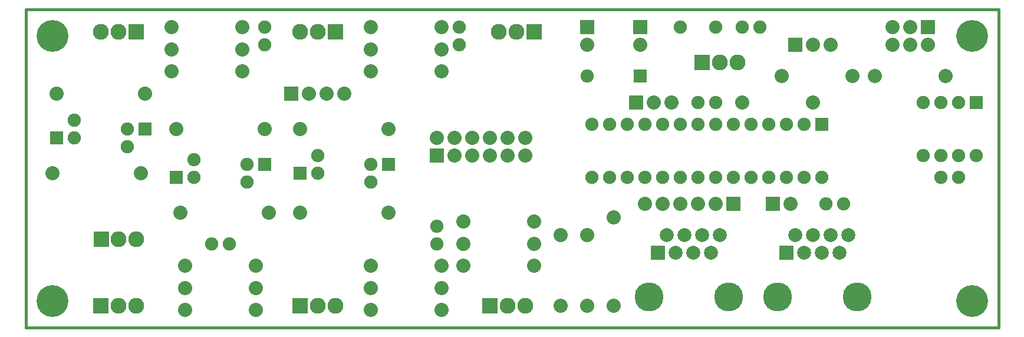
<source format=gbs>
G04 (created by PCBNEW-RS274X (2012-01-19 BZR 3256)-stable) date 4/14/2012 10:50:54 AM*
G01*
G70*
G90*
%MOIN*%
G04 Gerber Fmt 3.4, Leading zero omitted, Abs format*
%FSLAX34Y34*%
G04 APERTURE LIST*
%ADD10C,0.006000*%
%ADD11C,0.015000*%
%ADD12R,0.075000X0.075000*%
%ADD13C,0.075000*%
%ADD14R,0.090000X0.090000*%
%ADD15C,0.090000*%
%ADD16C,0.080000*%
%ADD17R,0.080000X0.080000*%
%ADD18C,0.163700*%
%ADD19R,0.079100X0.079100*%
%ADD20C,0.079100*%
%ADD21C,0.180000*%
G04 APERTURE END LIST*
G54D10*
G54D11*
X00000Y-18000D02*
X00000Y00000D01*
X55000Y-18000D02*
X00000Y-18000D01*
X55000Y00000D02*
X55000Y-18000D01*
X00000Y00000D02*
X55000Y00000D01*
G54D12*
X13500Y-08750D03*
G54D13*
X12500Y-08750D03*
X12500Y-09750D03*
G54D12*
X06750Y-06750D03*
G54D13*
X05750Y-06750D03*
X05750Y-07750D03*
G54D12*
X01750Y-07250D03*
G54D13*
X02750Y-07250D03*
X02750Y-06250D03*
G54D12*
X20500Y-08750D03*
G54D13*
X19500Y-08750D03*
X19500Y-09750D03*
G54D12*
X08500Y-09500D03*
G54D13*
X09500Y-09500D03*
X09500Y-08500D03*
G54D12*
X15500Y-09250D03*
G54D13*
X16500Y-09250D03*
X16500Y-08250D03*
G54D14*
X15500Y-16750D03*
G54D15*
X16500Y-16750D03*
X17500Y-16750D03*
G54D14*
X06250Y-01250D03*
G54D15*
X05250Y-01250D03*
X04250Y-01250D03*
G54D14*
X26250Y-16750D03*
G54D15*
X27250Y-16750D03*
X28250Y-16750D03*
G54D14*
X28750Y-01250D03*
G54D15*
X27750Y-01250D03*
X26750Y-01250D03*
G54D14*
X04250Y-16750D03*
G54D15*
X05250Y-16750D03*
X06250Y-16750D03*
G54D14*
X17500Y-01250D03*
G54D15*
X16500Y-01250D03*
X15500Y-01250D03*
G54D16*
X20500Y-06750D03*
X15500Y-06750D03*
X15500Y-11500D03*
X20500Y-11500D03*
X13500Y-06750D03*
X08500Y-06750D03*
X06500Y-09250D03*
X01500Y-09250D03*
X33250Y-16750D03*
X33250Y-11750D03*
X01750Y-04750D03*
X06750Y-04750D03*
X08750Y-11500D03*
X13750Y-11500D03*
G54D15*
X06234Y-13000D03*
X05250Y-13000D03*
G54D14*
X04266Y-13000D03*
G54D17*
X23250Y-08250D03*
G54D16*
X23250Y-07250D03*
X24250Y-08250D03*
X24250Y-07250D03*
X25250Y-08250D03*
X25250Y-07250D03*
X26250Y-08250D03*
X26250Y-07250D03*
X27250Y-08250D03*
X27250Y-07250D03*
X28250Y-08250D03*
X28250Y-07250D03*
G54D17*
X51000Y-01000D03*
G54D16*
X51000Y-02000D03*
X50000Y-01000D03*
X50000Y-02000D03*
X49000Y-01000D03*
X49000Y-02000D03*
G54D17*
X34500Y-05250D03*
G54D16*
X35500Y-05250D03*
X36500Y-05250D03*
G54D17*
X31750Y-01000D03*
G54D16*
X31750Y-02000D03*
G54D17*
X34750Y-01000D03*
G54D16*
X34750Y-02000D03*
G54D17*
X42250Y-11000D03*
G54D16*
X43250Y-11000D03*
G54D17*
X40000Y-11000D03*
G54D16*
X39000Y-11000D03*
X38000Y-11000D03*
X37000Y-11000D03*
X36000Y-11000D03*
X35000Y-11000D03*
G54D12*
X53750Y-05250D03*
G54D13*
X52750Y-05250D03*
X51750Y-05250D03*
X50750Y-05250D03*
X50750Y-08250D03*
X51750Y-08250D03*
X52750Y-08250D03*
X53750Y-08250D03*
X44000Y-06500D03*
X43000Y-06500D03*
X42000Y-06500D03*
X41000Y-06500D03*
X40000Y-06500D03*
X39000Y-06500D03*
X38000Y-06500D03*
X37000Y-06500D03*
X36000Y-06500D03*
X35000Y-06500D03*
X34000Y-06500D03*
X33000Y-06500D03*
X32000Y-06500D03*
G54D12*
X45000Y-06500D03*
G54D13*
X32000Y-09500D03*
X33000Y-09500D03*
X34000Y-09500D03*
X35000Y-09500D03*
X36000Y-09500D03*
X37000Y-09500D03*
X38000Y-09500D03*
X39000Y-09500D03*
X40000Y-09500D03*
X41000Y-09500D03*
X42000Y-09500D03*
X43000Y-09500D03*
X44000Y-09500D03*
X45000Y-09500D03*
G54D12*
X34750Y-03750D03*
G54D13*
X31750Y-03750D03*
X45250Y-11000D03*
X46250Y-11000D03*
X23250Y-13250D03*
X23250Y-12250D03*
X24500Y-01000D03*
X24500Y-02000D03*
X13500Y-01000D03*
X13500Y-02000D03*
X11500Y-13250D03*
X10500Y-13250D03*
X52750Y-09500D03*
X51750Y-09500D03*
X38000Y-05250D03*
X39000Y-05250D03*
G54D18*
X47000Y-16250D03*
X42500Y-16250D03*
G54D19*
X43000Y-13750D03*
G54D20*
X43500Y-12750D03*
X44000Y-13750D03*
X44500Y-12750D03*
X45000Y-13750D03*
X45500Y-12750D03*
X46000Y-13750D03*
X46500Y-12750D03*
G54D18*
X39750Y-16250D03*
X35250Y-16250D03*
G54D19*
X35750Y-13750D03*
G54D20*
X36250Y-12750D03*
X36750Y-13750D03*
X37250Y-12750D03*
X37750Y-13750D03*
X38250Y-12750D03*
X38750Y-13750D03*
X39250Y-12750D03*
G54D13*
X37000Y-01000D03*
X39000Y-01000D03*
X41500Y-01000D03*
X40500Y-01000D03*
G54D16*
X30250Y-16750D03*
X30250Y-12750D03*
X48000Y-03750D03*
X52000Y-03750D03*
X31750Y-16750D03*
X31750Y-12750D03*
X12250Y-03500D03*
X08250Y-03500D03*
X23500Y-14500D03*
X19500Y-14500D03*
X13000Y-17000D03*
X09000Y-17000D03*
X09000Y-15750D03*
X13000Y-15750D03*
X12250Y-01000D03*
X08250Y-01000D03*
X08250Y-02250D03*
X12250Y-02250D03*
X23500Y-01000D03*
X19500Y-01000D03*
X19500Y-02250D03*
X23500Y-02250D03*
X23500Y-17000D03*
X19500Y-17000D03*
X19500Y-15750D03*
X23500Y-15750D03*
X28750Y-13250D03*
X24750Y-13250D03*
X28750Y-12000D03*
X24750Y-12000D03*
X40500Y-05250D03*
X44500Y-05250D03*
X42750Y-03750D03*
X46750Y-03750D03*
X23500Y-03500D03*
X19500Y-03500D03*
X13000Y-14500D03*
X09000Y-14500D03*
X28750Y-14500D03*
X24750Y-14500D03*
G54D14*
X38250Y-03000D03*
G54D15*
X39250Y-03000D03*
X40250Y-03000D03*
G54D17*
X15000Y-04750D03*
G54D16*
X16000Y-04750D03*
X17000Y-04750D03*
X18000Y-04750D03*
G54D17*
X43500Y-02000D03*
G54D16*
X44500Y-02000D03*
X45500Y-02000D03*
G54D21*
X01500Y-01500D03*
X53500Y-01500D03*
X53500Y-16500D03*
X01500Y-16500D03*
M02*

</source>
